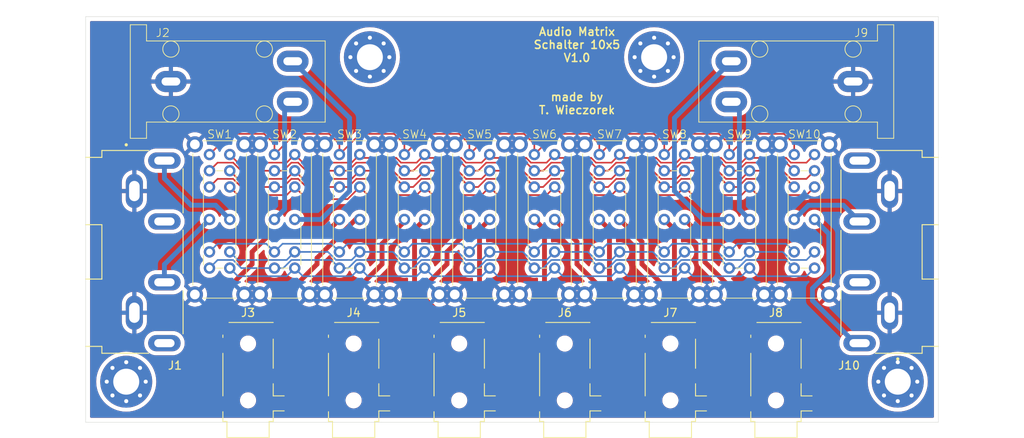
<source format=kicad_pcb>
(kicad_pcb (version 20240108) (generator "pcbnew") (generator_version "8.0")
  (layers (0 "F.Cu" signal) (31 "B.Cu" signal) (34 "B.Paste" user) (35 "F.Paste" user) (36 "B.SilkS" user "B.Silkscreen") (37 "F.SilkS" user "F.Silkscreen") (38 "B.Mask" user) (39 "F.Mask" user) (44 "Edge.Cuts" user))
  (net 0 "")
  (net 1 "Net-(SW1-2)")
  (net 2 "AGND")
  (net 5 "Net-(SW1-1)")
  (net 6 "Net-(J2-R)")
  (net 7 "Net-(J2-L)")
  (net 8 "Net-(J3-L)")
  (net 12 "Net-(J3-R)")
  (net 13 "Net-(J4-R)")
  (net 16 "Net-(J4-L)")
  (net 18 "Net-(J5-L)")
  (net 21 "Net-(J5-R)")
  (net 24 "Net-(J6-R)")
  (net 27 "Net-(J6-L)")
  (net 28 "Net-(J7-L)")
  (net 29 "Net-(J7-R)")
  (net 34 "Net-(J8-L)")
  (net 35 "Net-(J8-R)")
  (net 38 "Net-(J9-R)")
  (net 39 "Net-(J9-L)")
  (net 42 "Net-(SW10-2)")
  (net 43 "Net-(SW10-1)")
  (net 44 "CH4-R")
  (net 45 "CH1-R")
  (net 46 "CH3-R")
  (net 47 "CH3-L")
  (net 48 "CH5-R")
  (net 49 "CH2-L")
  (net 50 "CH4-L")
  (net 51 "CH5-L")
  (net 52 "CH1-L")
  (net 53 "CH2-R")
  (footprint "Tristans KiCad Library:SS-25D01-G070" (layer "F.Cu") (at 140.5 100)
    (property "Reference" "SW4")
    (property "Value" "~" (hide yes))
  )
  (footprint "Tristans KiCad Library:SS-25D01-G070" (layer "F.Cu") (at 180.5 100)
    (property "Reference" "SW9")
    (property "Value" "~" (hide yes))
  )
  (footprint "Tristans KiCad Library:SS-25D01-G070" (layer "F.Cu") (at 116.5 100)
    (property "Reference" "SW1")
    (property "Value" "~" (hide yes))
  )
  (footprint "Tristans KiCad Library:Jack_3.5mm_PJ311" (layer "F.Cu") (at 133 118 180)
    (property "Reference" "J4")
    (property "Value" "PJ311")
  )
  (footprint "Tristans KiCad Library:SS-25D01-G070" (layer "F.Cu") (at 188.5 100)
    (property "Reference" "SW10")
    (property "Value" "~" (hide yes))
  )
  (footprint "Tristans KiCad Library:SS-25D01-G070" (layer "F.Cu") (at 172.5 100)
    (property "Reference" "SW8")
    (property "Value" "~" (hide yes))
  )
  (footprint "Tristans KiCad Library:PJ-623A3" (layer "F.Cu") (at 199.5 83 180)
    (property "Reference" "J9")
    (property "Value" "AudioJack2_Ground")
  )
  (footprint "Tristans KiCad Library:Jack_3.5mm_PJ311" (layer "F.Cu") (at 185 118.0025 180)
    (property "Reference" "J8")
    (property "Value" "PJ311")
  )
  (footprint "MountingHole:MountingHole_3.2mm_M3_Pad_Via" (layer "F.Cu") (at 105 120)
    (property "Reference" "REF**" (hide yes))
    (property "Value" "MountingHole_3.2mm_M3_Pad_Via")
  )
  (footprint "Tristans KiCad Library:SS-25D01-G070" (layer "F.Cu") (at 132.5 100)
    (property "Reference" "SW3")
    (property "Value" "~" (hide yes))
  )
  (footprint "MountingHole:MountingHole_3.2mm_M3_Pad_Via" (layer "F.Cu") (at 200 120)
    (property "Reference" "REF**" (hide yes))
    (property "Value" "MountingHole_3.2mm_M3_Pad_Via")
  )
  (footprint "MountingHole:MountingHole_3.2mm_M3_Pad_Via" (layer "F.Cu") (at 135 80)
    (property "Reference" "REF**" (hide yes))
    (property "Value" "MountingHole_3.2mm_M3_Pad_Via")
  )
  (footprint "Tristans KiCad Library:Jack_3.5mm_PJ311" (layer "F.Cu") (at 120 118 180)
    (property "Reference" "J3")
    (property "Value" "PJ311")
  )
  (footprint "Tristans KiCad Library:PJ-623A3" (layer "F.Cu") (at 105.5 83)
    (property "Reference" "J2")
    (property "Value" "AudioJack2_Ground")
  )
  (footprint "LOGO" (layer "F.Cu") (at 151.25 82)
    (property "Reference" "made by T. Wieczorek" (hide yes))
    (property "Value" "LOGO" (hide yes))
  )
  (footprint "PJRAN2X1U01AUX:SWITCHCRAFT_PJRAN2X1U01AUX" (layer "F.Cu") (at 203 104 90)
    (property "Reference" "J10")
    (property "Value" "PJRAN2X1U01AUX")
  )
  (footprint "Tristans KiCad Library:SS-25D01-G070" (layer "F.Cu") (at 148.5 100)
    (property "Reference" "SW5")
    (property "Value" "~" (hide yes))
  )
  (footprint "Tristans KiCad Library:Jack_3.5mm_PJ311" (layer "F.Cu") (at 172 118.0025 180)
    (property "Reference" "J7")
    (property "Value" "PJ311")
  )
  (footprint "PJRAN2X1U01AUX:SWITCHCRAFT_PJRAN2X1U01AUX" (layer "F.Cu") (at 102 104 -90)
    (property "Reference" "J1")
    (property "Value" "PJRAN2X1U01AUX")
  )
  (footprint "MountingHole:MountingHole_3.2mm_M3_Pad_Via" (layer "F.Cu") (at 170 80)
    (property "Reference" "REF**" (hide yes))
    (property "Value" "MountingHole_3.2mm_M3_Pad_Via")
  )
  (footprint "Tristans KiCad Library:Jack_3.5mm_PJ311" (layer "F.Cu") (at 159 118 180)
    (property "Reference" "J6")
    (property "Value" "PJ311")
  )
  (footprint "Tristans KiCad Library:SS-25D01-G070" (layer "F.Cu") (at 124.5 100)
    (property "Reference" "SW2")
    (property "Value" "~" (hide yes))
  )
  (footprint "Tristans KiCad Library:Jack_3.5mm_PJ311" (layer "F.Cu") (at 146 118 180)
    (property "Reference" "J5")
    (property "Value" "PJ311")
  )
  (footprint "Tristans KiCad Library:SS-25D01-G070" (layer "F.Cu") (at 164.5 100)
    (property "Reference" "SW7")
    (property "Value" "~" (hide yes))
  )
  (footprint "Tristans KiCad Library:SS-25D01-G070" (layer "F.Cu") (at 156.5 100)
    (property "Reference" "SW6")
    (property "Value" "~" (hide yes))
  )
  (gr_line (start 100 125) (end 100 75) (stroke (width 0.05)) (layer "Edge.Cuts"))
  (gr_line (start 100 75) (end 205 75) (stroke (width 0.05)) (layer "Edge.Cuts"))
  (gr_line (start 205 125) (end 100 125) (stroke (width 0.05)) (layer "Edge.Cuts"))
  (gr_line (start 205 75) (end 205 125) (stroke (width 0.05)) (layer "Edge.Cuts"))
  (gr_text "Audio Matrix\nSchalter 10x5\nV1.0\n\n\nmade by\nT. Wieczorek" (at 160.5 87.1 0) (layer "F.SilkS") (effects (font (size 1 1) (thickness 0.18) (bold yes)) (justify bottom)))
  (segment (start 109.7 107.75) (end 109.7 105.55) (width 0.6) (layer "B.Cu") (net 1))
  (segment (start 109.7 105.55) (end 115.25 100) (width 0.6) (layer "B.Cu") (net 1))
  (segment (start 113 98.25) (end 109.7 94.95) (width 0.6) (layer "B.Cu") (net 5))
  (segment (start 116 98.25) (end 113 98.25) (width 0.6) (layer "B.Cu") (net 5))
  (segment (start 117.75 100) (end 116 98.25) (width 0.6) (layer "B.Cu") (net 5))
  (segment (start 109.7 94.95) (end 109.7 92.75) (width 0.6) (layer "B.Cu") (net 5))
  (segment (start 129 100) (end 132.5 96.5) (width 0.6) (layer "B.Cu") (net 6))
  (segment (start 125.75 100) (end 129 100) (width 0.6) (layer "B.Cu") (net 6))
  (segment (start 132.5 96.5) (end 132.5 87.5) (width 0.6) (layer "B.Cu") (net 6))
  (segment (start 132.5 87.5) (end 125.5 80.5) (width 0.6) (layer "B.Cu") (net 6))
  (segment (start 124.5 98.75) (end 124.5 86.5) (width 0.6) (layer "B.Cu") (net 7))
  (segment (start 124.5 86.5) (end 125.5 85.5) (width 0.6) (layer "B.Cu") (net 7))
  (segment (start 123.25 100) (end 124.5 98.75) (width 0.6) (layer "B.Cu") (net 7))
  (segment (start 114.5 111.5) (end 120.5 105.5) (width 0.6) (layer "F.Cu") (net 8))
  (segment (start 116.5 115.5) (end 114.5 115.5) (width 0.6) (layer "F.Cu") (net 8))
  (segment (start 129.25 102) (end 131.25 100) (width 0.6) (layer "F.Cu") (net 8))
  (segment (start 120.5 105.5) (end 120.5 104) (width 0.6) (layer "F.Cu") (net 8))
  (segment (start 120.5 104) (end 122.5 102) (width 0.6) (layer "F.Cu") (net 8))
  (segment (start 114.5 115.5) (end 114.5 111.5) (width 0.6) (layer "F.Cu") (net 8))
  (segment (start 122.5 102) (end 129.25 102) (width 0.6) (layer "F.Cu") (net 8))
  (segment (start 123.5 119.3) (end 125.5 117.3) (width 0.6) (layer "F.Cu") (net 12))
  (segment (start 128.5 105.5) (end 128.5 104.75) (width 0.6) (layer "F.Cu") (net 12))
  (segment (start 128.5 104.75) (end 133.25 100) (width 0.6) (layer "F.Cu") (net 12))
  (segment (start 125.5 117.3) (end 125.5 108.5) (width 0.6) (layer "F.Cu") (net 12))
  (segment (start 133.25 100) (end 133.75 100) (width 0.6) (layer "F.Cu") (net 12))
  (segment (start 125.5 108.5) (end 128.5 105.5) (width 0.6) (layer "F.Cu") (net 12))
  (segment (start 140.5 115.3) (end 140.5 101.25) (width 0.6) (layer "F.Cu") (net 13))
  (segment (start 140.5 101.25) (end 141.75 100) (width 0.6) (layer "F.Cu") (net 13))
  (segment (start 136.5 119.3) (end 140.5 115.3) (width 0.6) (layer "F.Cu") (net 13))
  (segment (start 136.5 103) (end 139.25 100.25) (width 0.6) (layer "F.Cu") (net 16))
  (segment (start 131.5 110.5) (end 136.5 105.5) (width 0.6) (layer "F.Cu") (net 16))
  (segment (start 139.25 100.25) (end 139.25 100) (width 0.6) (layer "F.Cu") (net 16))
  (segment (start 136.5 105.5) (end 136.5 103) (width 0.6) (layer "F.Cu") (net 16))
  (segment (start 129.5 115.5) (end 130.05 115.5) (width 0.6) (layer "F.Cu") (net 16))
  (segment (start 131.5 114.05) (end 131.5 110.5) (width 0.6) (layer "F.Cu") (net 16))
  (segment (start 130.05 115.5) (end 131.5 114.05) (width 0.6) (layer "F.Cu") (net 16))
  (segment (start 141.75 109.75) (end 141.75 108.25) (width 0.6) (layer "F.Cu") (net 18))
  (segment (start 144.25 112.25) (end 141.75 109.75) (width 0.6) (layer "F.Cu") (net 18))
  (segment (start 141.75 108.25) (end 144.5 105.5) (width 0.6) (layer "F.Cu") (net 18))
  (segment (start 144.25 114.3) (end 144.25 112.25) (width 0.6) (layer "F.Cu") (net 18))
  (segment (start 143.05 115.5) (end 144.25 114.3) (width 0.6) (layer "F.Cu") (net 18))
  (segment (start 144.5 104) (end 147.25 101.25) (width 0.6) (layer "F.Cu") (net 18))
  (segment (start 147.25 101.25) (end 147.25 100) (width 0.6) (layer "F.Cu") (net 18))
  (segment (start 142.5 115.5) (end 143.05 115.5) (width 0.6) (layer "F.Cu") (net 18))
  (segment (start 144.5 105.5) (end 144.5 104) (width 0.6) (layer "F.Cu") (net 18))
  (segment (start 148.5 101.25) (end 149.75 100) (width 0.6) (layer "F.Cu") (net 21))
  (segment (start 151.5 112.75) (end 148.5 109.75) (width 0.6) (layer "F.Cu") (net 21))
  (segment (start 151.5 117.3) (end 151.5 112.75) (width 0.6) (layer "F.Cu") (net 21))
  (segment (start 148.5 109.75) (end 148.5 101.25) (width 0.6) (layer "F.Cu") (net 21))
  (segment (start 149.5 119.3) (end 151.5 117.3) (width 0.6) (layer "F.Cu") (net 21))
  (segment (start 162.5 119.3) (end 164.5 117.3) (width 0.6) (layer "F.Cu") (net 24))
  (segment (start 164.5 109.5) (end 160.5 105.5) (width 0.6) (layer "F.Cu") (net 24))
  (segment (start 160.5 102.75) (end 157.75 100) (width 0.6) (layer "F.Cu") (net 24))
  (segment (start 160.5 105.5) (end 160.5 102.75) (width 0.6) (layer "F.Cu") (net 24))
  (segment (start 164.5 117.3) (end 164.5 109.5) (width 0.6) (layer "F.Cu") (net 24))
  (segment (start 157.5 112.348528) (end 156.5 111.348528) (width 0.6) (layer "F.Cu") (net 27))
  (segment (start 157.5 115.5) (end 157.5 112.348528) (width 0.6) (layer "F.Cu") (net 27))
  (segment (start 155.5 115.5) (end 157.5 115.5) (width 0.6) (layer "F.Cu") (net 27))
  (segment (start 156.5 101.25) (end 155.25 100) (width 0.6) (layer "F.Cu") (net 27))
  (segment (start 156.5 111.348528) (end 156.5 101.25) (width 0.6) (layer "F.Cu") (net 27))
  (segment (start 167.95 115.5025) (end 165.75 113.3025) (width 0.6) (layer "F.Cu") (net 28))
  (segment (start 165.75 108.75) (end 164.5 107.5) (width 0.6) (layer "F.Cu") (net 28))
  (segment (start 164.5 101.25) (end 163.25 100) (width 0.6) (layer "F.Cu") (net 28))
  (segment (start 165.75 113.3025) (end 165.75 108.75) (width 0.6) (layer "F.Cu") (net 28))
  (segment (start 168.5 115.5025) (end 167.95 115.5025) (width 0.6) (layer "F.Cu") (net 28))
  (segment (start 164.5 107.5) (end 164.5 101.25) (width 0.6) (layer "F.Cu") (net 28))
  (segment (start 171.25 108.25) (end 168.5 105.5) (width 0.6) (layer "F.Cu") (net 29))
  (segment (start 171.25 112.25) (end 171.25 108.25) (width 0.6) (layer "F.Cu") (net 29))
  (segment (start 175.5 116.5) (end 171.25 112.25) (width 0.6) (layer "F.Cu") (net 29))
  (segment (start 175.5 119.3025) (end 175.5 116.5) (width 0.6) (layer "F.Cu") (net 29))
  (segment (start 168.5 102.75) (end 165.75 100) (width 0.6) (layer "F.Cu") (net 29))
  (segment (start 168.5 105.5) (end 168.5 102.75) (width 0.6) (layer "F.Cu") (net 29))
  (segment (start 172.5 109.5) (end 172.5 101.25) (width 0.6) (layer "F.Cu") (net 34))
  (segment (start 178.5025 115.5025) (end 177.5 114.5) (width 0.6) (layer "F.Cu") (net 34))
  (segment (start 177.5 112) (end 175 112) (width 0.6) (layer "F.Cu") (net 34))
  (segment (start 181.5 115.5025) (end 178.5025 115.5025) (width 0.6) (layer "F.Cu") (net 34))
  (segment (start 175 112) (end 172.5 109.5) (width 0.6) (layer "F.Cu") (net 34))
  (segment (start 172.5 101.25) (end 171.25 100) (width 0.6) (layer "F.Cu") (net 34))
  (segment (start 177.5 114.5) (end 177.5 112) (width 0.6) (layer "F.Cu") (net 34))
  (segment (start 183.5 111.5) (end 182.5 111.5) (width 0.6) (layer "F.Cu") (net 35))
  (segment (start 188.5 116.5) (end 183.5 111.5) (width 0.6) (layer "F.Cu") (net 35))
  (segment (start 188.5 119.3025) (end 188.5 116.5) (width 0.6) (layer "F.Cu") (net 35))
  (segment (start 182.5 111.5) (end 176.25 105.25) (width 0.6) (layer "F.Cu") (net 35))
  (segment (start 176.25 102.5) (end 173.75 100) (width 0.6) (layer "F.Cu") (net 35))
  (segment (start 176.25 105.25) (end 176.25 102.5) (width 0.6) (layer "F.Cu") (net 35))
  (segment (start 180.5 86.5) (end 180.5 98.75) (width 0.6) (layer "B.Cu") (net 38))
  (segment (start 180.5 98.75) (end 181.75 100) (width 0.6) (layer "B.Cu") (net 38))
  (segment (start 179.5 85.5) (end 180.5 86.5) (width 0.6) (layer "B.Cu") (net 38))
  (segment (start 179.5 80.5) (end 172.5 87.5) (width 0.6) (layer "B.Cu") (net 39))
  (segment (start 172.5 87.5) (end 172.5 96.5) (width 0.6) (layer "B.Cu") (net 39))
  (segment (start 172.5 96.5) (end 176 100) (width 0.6) (layer "B.Cu") (net 39))
  (segment (start 176 100) (end 179.25 100) (width 0.6) (layer "B.Cu") (net 39))
  (segment (start 189 98.25) (end 193.3 98.25) (width 0.6) (layer "B.Cu") (net 42))
  (segment (start 193.3 98.25) (end 195.3 100.25) (width 0.6) (layer "B.Cu") (net 42))
  (segment (start 187.25 100) (end 189 98.25) (width 0.6) (layer "B.Cu") (net 42))
  (segment (start 191.5 101.75) (end 191.5 106.5) (width 0.6) (layer "B.Cu") (net 43))
  (segment (start 191.5 106.5) (end 189.5 108.5) (width 0.6) (layer "B.Cu") (net 43))
  (segment (start 189.5 108.5) (end 189.5 110) (width 0.6) (layer "B.Cu") (net 43))
  (segment (start 194.75 115.25) (end 195.3 115.25) (width 0.6) (layer "B.Cu") (net 43))
  (segment (start 189.75 100) (end 191.5 101.75) (width 0.6) (layer "B.Cu") (net 43))
  (segment (start 189.5 110) (end 194.75 115.25) (width 0.6) (layer "B.Cu") (net 43))
  (segment (start 124.75 95) (end 125.75 94) (width 0.2) (layer "F.Cu") (net 44))
  (segment (start 157.75 94) (end 161.835786 94) (width 0.2) (layer "F.Cu") (net 44))
  (segment (start 137.835786 94) (end 138.835786 95) (width 0.2) (layer "F.Cu") (net 44))
  (segment (start 138.835786 95) (end 140.75 95) (width 0.2) (layer "F.Cu") (net 44))
  (segment (start 173.75 94) (end 177.835786 94) (width 0.2) (layer "F.Cu") (net 44))
  (segment (start 172.75 95) (end 173.75 94) (width 0.2) (layer "F.Cu") (net 44))
  (segment (start 125.75 94) (end 126.75 95) (width 0.2) (layer "F.Cu") (net 44))
  (segment (start 148.75 95) (end 149.75 94) (width 0.2) (layer "F.Cu") (net 44))
  (segment (start 149.75 94) (end 153.835786 94) (width 0.2) (layer "F.Cu") (net 44))
  (segment (start 177.835786 94) (end 178.835786 95) (width 0.2) (layer "F.Cu") (net 44))
  (segment (start 126.75 95) (end 132.75 95) (width 0.2) (layer "F.Cu") (net 44))
  (segment (start 170.835786 95) (end 172.75 95) (width 0.2) (layer "F.Cu") (net 44))
  (segment (start 165.75 94) (end 169.835786 94) (width 0.2) (layer "F.Cu") (net 44))
  (segment (start 146.835786 95) (end 148.75 95) (width 0.2) (layer "F.Cu") (net 44))
  (segment (start 169.835786 94) (end 170.835786 95) (width 0.2) (layer "F.Cu") (net 44))
  (segment (start 117.75 94) (end 118.75 95) (width 0.2) (layer "F.Cu") (net 44))
  (segment (start 188.75 95) (end 189.75 94) (width 0.2) (layer "F.Cu") (net 44))
  (segment (start 180.75 95) (end 181.75 94) (width 0.2) (layer "F.Cu") (net 44))
  (segment (start 178.835786 95) (end 180.75 95) (width 0.2) (layer "F.Cu") (net 44))
  (segment (start 162.835786 95) (end 164.75 95) (width 0.2) (layer "F.Cu") (net 44))
  (segment (start 186.835786 95) (end 188.75 95) (width 0.2) (layer "F.Cu") (net 44))
  (segment (start 153.835786 94) (end 154.835786 95) (width 0.2) (layer "F.Cu") (net 44))
  (segment (start 132.75 95) (end 133.75 94) (width 0.2) (layer "F.Cu") (net 44))
  (segment (start 156.75 95) (end 157.75 94) (width 0.2) (layer "F.Cu") (net 44))
  (segment (start 185.835786 94) (end 186.835786 95) (width 0.2) (layer "F.Cu") (net 44))
  (segment (start 164.75 95) (end 165.75 94) (width 0.2) (layer "F.Cu") (net 44))
  (segment (start 154.835786 95) (end 156.75 95) (width 0.2) (layer "F.Cu") (net 44))
  (segment (start 181.75 94) (end 185.835786 94) (width 0.2) (layer "F.Cu") (net 44))
  (segment (start 141.75 94) (end 145.835786 94) (width 0.2) (layer "F.Cu") (net 44))
  (segment (start 118.75 95) (end 124.75 95) (width 0.2) (layer "F.Cu") (net 44))
  (segment (start 161.835786 94) (end 162.835786 95) (width 0.2) (layer "F.Cu") (net 44))
  (segment (start 133.75 94) (end 137.835786 94) (width 0.2) (layer "F.Cu") (net 44))
  (segment (start 140.75 95) (end 141.75 94) (width 0.2) (layer "F.Cu") (net 44))
  (segment (start 145.835786 94) (end 146.835786 95) (width 0.2) (layer "F.Cu") (net 44))
  (segment (start 173.75 106) (end 174.75 107) (width 0.2) (layer "B.Cu") (net 45))
  (segment (start 188.75 107) (end 189.75 106) (width 0.2) (layer "B.Cu") (net 45))
  (segment (start 182.75 107) (end 188.75 107) (width 0.2) (layer "B.Cu") (net 45))
  (segment (start 134.75 107) (end 140.75 107) (width 0.2) (layer "B.Cu") (net 45))
  (segment (start 166.75 107) (end 172.75 107) (width 0.2) (layer "B.Cu") (net 45))
  (segment (start 142.75 107) (end 148.75 107) (width 0.2) (layer "B.Cu") (net 45))
  (segment (start 118.75 107) (end 124.75 107) (width 0.2) (layer "B.Cu") (net 45))
  (segment (start 132.75 107) (end 133.75 106) (width 0.2) (layer "B.Cu") (net 45))
  (segment (start 174.75 107) (end 180.75 107) (width 0.2) (layer "B.Cu") (net 45))
  (segment (start 165.75 106) (end 166.75 107) (width 0.2) (layer "B.Cu") (net 45))
  (segment (start 133.75 106) (end 134.75 107) (width 0.2) (layer "B.Cu") (net 45))
  (segment (start 150.75 107) (end 156.75 107) (width 0.2) (layer "B.Cu") (net 45))
  (segment (start 149.75 106) (end 150.75 107) (width 0.2) (layer "B.Cu") (net 45))
  (segment (start 164.75 107) (end 165.75 106) (width 0.2) (layer "B.Cu") (net 45))
  (segment (start 140.75 107) (end 141.75 106) (width 0.2) (layer "B.Cu") (net 45))
  (segment (start 172.75 107) (end 173.75 106) (width 0.2) (layer "B.Cu") (net 45))
  (segment (start 126.75 107) (end 132.75 107) (width 0.2) (layer "B.Cu") (net 45))
  (segment (start 180.75 107) (end 181.75 106) (width 0.2) (layer "B.Cu") (net 45))
  (segment (start 125.75 106) (end 126.75 107) (width 0.2) (layer "B.Cu") (net 45))
  (segment (start 141.75 106) (end 142.75 107) (width 0.2) (layer "B.Cu") (net 45))
  (segment (start 157.75 106) (end 158.75 107) (width 0.2) (layer "B.Cu") (net 45))
  (segment (start 156.75 107) (end 157.75 106) (width 0.2) (layer "B.Cu") (net 45))
  (segment (start 117.75 106) (end 118.75 107) (width 0.2) (layer "B.Cu") (net 45))
  (segment (start 148.75 107) (end 149.75 106) (width 0.2) (layer "B.Cu") (net 45))
  (segment (start 158.75 107) (end 164.75 107) (width 0.2) (layer "B.Cu") (net 45))
  (segment (start 124.75 107) (end 125.75 106) (width 0.2) (layer "B.Cu") (net 45))
  (segment (start 181.75 106) (end 182.75 107) (width 0.2) (layer "B.Cu") (net 45))
  (segment (start 158.75 97) (end 164.75 97) (width 0.2) (layer "F.Cu") (net 46))
  (segment (start 173.75 96) (end 174.75 97) (width 0.2) (layer "F.Cu") (net 46))
  (segment (start 165.75 96) (end 166.75 97) (width 0.2) (layer "F.Cu") (net 46))
  (segment (start 133.75 96) (end 134.75 97) (width 0.2) (layer "F.Cu") (net 46))
  (segment (start 117.75 96) (end 118.75 97) (width 0.2) (layer "F.Cu") (net 46))
  (segment (start 174.75 97) (end 180.75 97) (width 0.2) (layer "F.Cu") (net 46))
  (segment (start 182.75 97) (end 188.75 97) (width 0.2) (layer "F.Cu") (net 46))
  (segment (start 150.75 97) (end 156.75 97) (width 0.2) (layer "F.Cu") (net 46))
  (segment (start 118.75 97) (end 124.75 97) (width 0.2) (layer "F.Cu") (net 46))
  (segment (start 142.75 97) (end 148.75 97) (width 0.2) (layer "F.Cu") (net 46))
  (segment (start 134.75 97) (end 140.75 97) (width 0.2) (layer "F.Cu") (net 46))
  (segment (start 164.75 97) (end 165.75 96) (width 0.2) (layer "F.Cu") (net 46))
  (segment (start 166.75 97) (end 172.75 97) (width 0.2) (layer "F.Cu") (net 46))
  (segment (start 141.75 96) (end 142.75 97) (width 0.2) (layer "F.Cu") (net 46))
  (segment (start 180.75 97) (end 181.75 96) (width 0.2) (layer "F.Cu") (net 46))
  (segment (start 148.75 97) (end 149.75 96) (width 0.2) (layer "F.Cu") (net 46))
  (segment (start 140.75 97) (end 141.75 96) (width 0.2) (layer "F.Cu") (net 46))
  (segment (start 149.75 96) (end 150.75 97) (width 0.2) (layer "F.Cu") (net 46))
  (segment (start 181.75 96) (end 182.75 97) (width 0.2) (layer "F.Cu") (net 46))
  (segment (start 188.75 97) (end 189.75 96) (width 0.2) (layer "F.Cu") (net 46))
  (segment (start 172.75 97) (end 173.75 96) (width 0.2) (layer "F.Cu") (net 46))
  (segment (start 132.25 97.5) (end 133.75 96) (width 0.2) (layer "F.Cu") (net 46))
  (segment (start 125.75 96) (end 127.25 97.5) (width 0.2) (layer "F.Cu") (net 46))
  (segment (start 127.25 97.5) (end 132.25 97.5) (width 0.2) (layer "F.Cu") (net 46))
  (segment (start 157.75 96) (end 158.75 97) (width 0.2) (layer "F.Cu") (net 46))
  (segment (start 156.75 97) (end 157.75 96) (width 0.2) (layer "F.Cu") (net 46))
  (segment (start 124.75 97) (end 125.75 96) (width 0.2) (layer "F.Cu") (net 46))
  (segment (start 163.25 96) (end 164.335786 96) (width 0.2) (layer "F.Cu") (net 47))
  (segment (start 146.25 95) (end 147.25 96) (width 0.2) (layer "F.Cu") (net 47))
  (segment (start 123.25 96) (end 119.164214 96) (width 0.2) (layer "F.Cu") (net 47))
  (segment (start 179.25 96) (end 180.335786 96) (width 0.2) (layer "F.Cu") (net 47))
  (segment (start 116.25 95) (end 115.25 96) (width 0.2) (layer "F.Cu") (net 47))
  (segment (start 164.335786 96) (end 165.335786 95) (width 0.2) (layer "F.Cu") (net 47))
  (segment (start 127.184314 96) (end 131.25 96) (width 0.2) (layer "F.Cu") (net 47))
  (segment (start 123.25 96) (end 124.335786 96) (width 0.2) (layer "F.Cu") (net 47))
  (segment (start 154.25 95) (end 155.25 96) (width 0.2) (layer "F.Cu") (net 47))
  (segment (start 157.335786 95) (end 162.25 95) (width 0.2) (layer "F.Cu") (net 47))
  (segment (start 162.25 95) (end 163.25 96) (width 0.2) (layer "F.Cu") (net 47))
  (segment (start 178.25 95) (end 179.25 96) (width 0.2) (layer "F.Cu") (net 47))
  (segment (start 132.335786 96) (end 133.335786 95) (width 0.2) (layer "F.Cu") (net 47))
  (segment (start 149.335786 95) (end 154.25 95) (width 0.2) (layer "F.Cu") (net 47))
  (segment (start 126.184314 95) (end 127.184314 96) (width 0.2) (layer "F.Cu") (net 47))
  (segment (start 155.25 96) (end 156.335786 96) (width 0.2) (layer "F.Cu") (net 47))
  (segment (start 118.164214 95) (end 116.25 95) (width 0.2) (layer "F.Cu") (net 47))
  (segment (start 119.164214 96) (end 118.164214 95) (width 0.2) (layer "F.Cu") (net 47))
  (segment (start 180.335786 96) (end 181.335786 95) (width 0.2) (layer "F.Cu") (net 47))
  (segment (start 170.25 95) (end 171.25 96) (width 0.2) (layer "F.Cu") (net 47))
  (segment (start 181.335786 95) (end 186.25 95) (width 0.2) (layer "F.Cu") (net 47))
  (segment (start 131.25 96) (end 132.335786 96) (width 0.2) (layer "F.Cu") (net 47))
  (segment (start 133.335786 95) (end 138.25 95) (width 0.2) (layer "F.Cu") (net 47))
  (segment (start 147.25 96) (end 148.335786 96) (width 0.2) (layer "F.Cu") (net 47))
  (segment (start 140.335786 96) (end 141.335786 95) (width 0.2) (layer "F.Cu") (net 47))
  (segment (start 186.25 95) (end 187.25 96) (width 0.2) (layer "F.Cu") (net 47))
  (segment (start 139.25 96) (end 140.335786 96) (width 0.2) (layer "F.Cu") (net 47))
  (segment (start 124.335786 96) (end 125.335786 95) (width 0.2) (layer "F.Cu") (net 47))
  (segment (start 172.335786 96) (end 173.335786 95) (width 0.2) (layer "F.Cu") (net 47))
  (segment (start 138.25 95) (end 139.25 96) (width 0.2) (layer "F.Cu") (net 47))
  (segment (start 156.335786 96) (end 157.335786 95) (width 0.2) (layer "F.Cu") (net 47))
  (segment (start 141.335786 95) (end 146.25 95) (width 0.2) (layer "F.Cu") (net 47))
  (segment (start 165.335786 95) (end 170.25 95) (width 0.2) (layer "F.Cu") (net 47))
  (segment (start 125.335786 95) (end 126.184314 95) (width 0.2) (layer "F.Cu") (net 47))
  (segment (start 148.335786 96) (end 149.335786 95) (width 0.2) (layer "F.Cu") (net 47))
  (segment (start 173.335786 95) (end 178.25 95) (width 0.2) (layer "F.Cu") (net 47))
  (segment (start 171.25 96) (end 172.335786 96) (width 0.2) (layer "F.Cu") (net 47))
  (segment (start 138.25 92.414214) (end 138.835786 93) (width 0.2) (layer "F.Cu") (net 48))
  (segment (start 180.75 93) (end 181.75 92) (width 0.2) (layer "F.Cu") (net 48))
  (segment (start 118.75 93) (end 124.75 93) (width 0.2) (layer "F.Cu") (net 48))
  (segment (start 164.75 93) (end 165.75 92) (width 0.2) (layer "F.Cu") (net 48))
  (segment (start 170.835786 93) (end 172.75 93) (width 0.2) (layer "F.Cu") (net 48))
  (segment (start 186.25 92.414214) (end 186.835786 93) (width 0.2) (layer "F.Cu") (net 48))
  (segment (start 158.164214 92.414214) (end 162.25 92.414214) (width 0.2) (layer "F.Cu") (net 48))
  (segment (start 142.164214 92.414214) (end 146.25 92.414214) (width 0.2) (layer "F.Cu") (net 48))
  (segment (start 124.75 93) (end 125.75 92) (width 0.2) (layer "F.Cu") (net 48))
  (segment (start 126.75 93) (end 132.75 93) (width 0.2) (layer "F.Cu") (net 48))
  (segment (start 117.75 92) (end 118.75 93) (width 0.2) (layer "F.Cu") (net 48))
  (segment (start 133.75 92) (end 134.164214 92.414214) (width 0.2) (layer "F.Cu") (net 48))
  (segment (start 162.25 92.414214) (end 162.835786 93) (width 0.2) (layer "F.Cu") (net 48))
  (segment (start 172.75 93) (end 173.75 92) (width 0.2) (layer "F.Cu") (net 48))
  (segment (start 170.25 92.414214) (end 170.835786 93) (width 0.2) (layer "F.Cu") (net 48))
  (segment (start 157.75 92) (end 158.164214 92.414214) (width 0.2) (layer "F.Cu") (net 48))
  (segment (start 173.75 92) (end 174.164214 92.414214) (width 0.2) (layer "F.Cu") (net 48))
  (segment (start 149.75 92) (end 150.164214 92.414214) (width 0.2) (layer "F.Cu") (net 48))
  (segment (start 154.25 92.414214) (end 154.835786 93) (width 0.2) (layer "F.Cu") (net 48))
  (segment (start 146.25 92.414214) (end 146.835786 93) (width 0.2) (layer "F.Cu") (net 48))
  (segment (start 132.75 93) (end 133.75 92) (width 0.2) (layer "F.Cu") (net 48))
  (segment (start 174.164214 92.414214) (end 178.25 92.414214) (width 0.2) (layer "F.Cu") (net 48))
  (segment (start 154.835786 93) (end 156.75 93) (width 0.2) (layer "F.Cu") (net 48))
  (segment (start 186.835786 93) (end 188.75 93) (width 0.2) (layer "F.Cu") (net 48))
  (segment (start 138.835786 93) (end 140.75 93) (width 0.2) (layer "F.Cu") (net 48))
  (segment (start 146.835786 93) (end 148.75 93) (width 0.2) (layer "F.Cu") (net 48))
  (segment (start 156.75 93) (end 157.75 92) (width 0.2) (layer "F.Cu") (net 48))
  (segment (start 166.164214 92.414214) (end 170.25 92.414214) (width 0.2) (layer "F.Cu") (net 48))
  (segment (start 141.75 92) (end 142.164214 92.414214) (width 0.2) (layer "F.Cu") (net 48))
  (segment (start 162.835786 93) (end 164.75 93) (width 0.2) (layer "F.Cu") (net 48))
  (segment (start 134.164214 92.414214) (end 138.25 92.414214) (width 0.2) (layer "F.Cu") (net 48))
  (segment (start 148.75 93) (end 149.75 92) (width 0.2) (layer "F.Cu") (net 48))
  (segment (start 140.75 93) (end 141.75 92) (width 0.2) (layer "F.Cu") (net 48))
  (segment (start 125.75 92) (end 126.75 93) (width 0.2) (layer "F.Cu") (net 48))
  (segment (start 165.75 92) (end 166.164214 92.414214) (width 0.2) (layer "F.Cu") (net 48))
  (segment (start 181.75 92) (end 182.164214 92.414214) (width 0.2) (layer "F.Cu") (net 48))
  (segment (start 178.25 92.414214) (end 178.835786 93) (width 0.2) (layer "F.Cu") (net 48))
  (segment (start 178.835786 93) (end 180.75 93) (width 0.2) (layer "F.Cu") (net 48))
  (segment (start 182.164214 92.414214) (end 186.25 92.414214) (width 0.2) (layer "F.Cu") (net 48))
  (segment (start 150.164214 92.414214) (end 154.25 92.414214) (width 0.2) (layer "F.Cu") (net 48))
  (segment (start 188.75 93) (end 189.75 92) (width 0.2) (layer "F.Cu") (net 48))
  (segment (start 170.25 103) (end 171.25 104) (width 0.2) (layer "B.Cu") (net 49))
  (segment (start 162.25 103) (end 163.25 104) (width 0.2) (layer "B.Cu") (net 49))
  (segment (start 124.25 103) (end 130.25 103) (width 0.2) (layer "B.Cu") (net 49))
  (segment (start 138.25 103) (end 139.25 104) (width 0.2) (layer "B.Cu") (net 49))
  (segment (start 164.25 103) (end 170.25 103) (width 0.2) (layer "B.Cu") (net 49))
  (segment (start 179.25 104) (end 180.25 103) (width 0.2) (layer "B.Cu") (net 49))
  (segment (start 132.25 103) (end 138.25 103) (width 0.2) (layer "B.Cu") (net 49))
  (segment (start 130.25 103) (end 131.25 104) (width 0.2) (layer "B.Cu") (net 49))
  (segment (start 163.25 104) (end 164.25 103) (width 0.2) (layer "B.Cu") (net 49))
  (segment (start 140.25 103) (end 146.25 103) (width 0.2) (layer "B.Cu") (net 49))
  (segment (start 155.25 104) (end 156.25 103) (width 0.2) (layer "B.Cu") (net 49))
  (segment (start 156.25 103) (end 162.25 103) (width 0.2) (layer "B.Cu") (net 49))
  (segment (start 186.25 103) (end 187.25 104) (width 0.2) (layer "B.Cu") (net 49))
  (segment (start 148.25 103) (end 154.25 103) (width 0.2) (layer "B.Cu") (net 49))
  (segment (start 178.25 103) (end 179.25 104) (width 0.2) (layer "B.Cu") (net 49))
  (segment (start 171.25 104) (end 172.25 103) (width 0.2) (layer "B.Cu") (net 49))
  (segment (start 131.25 104) (end 132.25 103) (width 0.2) (layer "B.Cu") (net 49))
  (segment (start 116.25 103) (end 122.25 103) (width 0.2) (layer "B.Cu") (net 49))
  (segment (start 146.25 103) (end 147.25 104) (width 0.2) (layer "B.Cu") (net 49))
  (segment (start 147.25 104) (end 148.25 103) (width 0.2) (layer "B.Cu") (net 49))
  (segment (start 172.25 103) (end 178.25 103) (width 0.2) (layer "B.Cu") (net 49))
  (segment (start 123.25 104) (end 124.25 103) (width 0.2) (layer "B.Cu") (net 49))
  (segment (start 154.25 103) (end 155.25 104) (width 0.2) (layer "B.Cu") (net 49))
  (segment (start 139.25 104) (end 140.25 103) (width 0.2) (layer "B.Cu") (net 49))
  (segment (start 115.25 104) (end 116.25 103) (width 0.2) (layer "B.Cu") (net 49))
  (segment (start 122.25 103) (end 123.25 104) (width 0.2) (layer "B.Cu") (net 49))
  (segment (start 180.25 103) (end 186.25 103) (width 0.2) (layer "B.Cu") (net 49))
  (segment (start 127.164214 94) (end 131.25 94) (width 0.2) (layer "F.Cu") (net 50))
  (segment (start 141.335786 93) (end 146.25 93) (width 0.2) (layer "F.Cu") (net 50))
  (segment (start 162.25 93) (end 163.25 94) (width 0.2) (layer "F.Cu") (net 50))
  (segment (start 163.25 94) (end 164.335786 94) (width 0.2) (layer "F.Cu") (net 50))
  (segment (start 181.335786 93) (end 186.25 93) (width 0.2) (layer "F.Cu") (net 50))
  (segment (start 123.25 94) (end 119.164214 94) (width 0.2) (layer "F.Cu") (net 50))
  (segment (start 138.25 93) (end 139.25 94) (width 0.2) (layer "F.Cu") (net 50))
  (segment (start 126.164214 93) (end 127.164214 94) (width 0.2) (layer "F.Cu") (net 50))
  (segment (start 140.335786 94) (end 141.335786 93) (width 0.2) (layer "F.Cu") (net 50))
  (segment (start 173.335786 93) (end 178.25 93) (width 0.2) (layer "F.Cu") (net 50))
  (segment (start 170.25 93) (end 171.25 94) (width 0.2) (layer "F.Cu") (net 50))
  (segment (start 179.25 94) (end 180.335786 94) (width 0.2) (layer "F.Cu") (net 50))
  (segment (start 154.25 93) (end 155.25 94) (width 0.2) (layer "F.Cu") (net 50))
  (segment (start 186.25 93) (end 187.25 94) (width 0.2) (layer "F.Cu") (net 50))
  (segment (start 165.335786 93) (end 170.25 93) (width 0.2) (layer "F.Cu") (net 50))
  (segment (start 155.25 94) (end 156.335786 94) (width 0.2) (layer "F.Cu") (net 50))
  (segment (start 146.25 93) (end 147.25 94) (width 0.2) (layer "F.Cu") (net 50))
  (segment (start 125.335786 93) (end 126.164214 93) (width 0.2) (layer "F.Cu") (net 50))
  (segment (start 131.25 94) (end 132.335786 94) (width 0.2) (layer "F.Cu") (net 50))
  (segment (start 118.164214 93) (end 116.25 93) (width 0.2) (layer "F.Cu") (net 50))
  (segment (start 133.335786 93) (end 138.25 93) (width 0.2) (layer "F.Cu") (net 50))
  (segment (start 149.335786 93) (end 154.25 93) (width 0.2) (layer "F.Cu") (net 50))
  (segment (start 157.335786 93) (end 162.25 93) (width 0.2) (layer "F.Cu") (net 50))
  (segment (start 180.335786 94) (end 181.335786 93) (width 0.2) (layer "F.Cu") (net 50))
  (segment (start 172.335786 94) (end 173.335786 93) (width 0.2) (layer "F.Cu") (net 50))
  (segment (start 124.335786 94) (end 125.335786 93) (width 0.2) (layer "F.Cu") (net 50))
  (segment (start 123.25 94) (end 124.335786 94) (width 0.2) (layer "F.Cu") (net 50))
  (segment (start 156.335786 94) (end 157.335786 93) (width 0.2) (layer "F.Cu") (net 50))
  (segment (start 119.164214 94) (end 118.164214 93) (width 0.2) (layer "F.Cu") (net 50))
  (segment (start 171.25 94) (end 172.335786 94) (width 0.2) (layer "F.Cu") (net 50))
  (segment (start 164.335786 94) (end 165.335786 93) (width 0.2) (layer "F.Cu") (net 50))
  (segment (start 132.335786 94) (end 133.335786 93) (width 0.2) (layer "F.Cu") (net 50))
  (segment (start 116.25 93) (end 115.25 94) (width 0.2) (layer "F.Cu") (net 50))
  (segment (start 148.335786 94) (end 149.335786 93) (width 0.2) (layer "F.Cu") (net 50))
  (segment (start 178.25 93) (end 179.25 94) (width 0.2) (layer "F.Cu") (net 50))
  (segment (start 147.25 94) (end 148.335786 94) (width 0.2) (layer "F.Cu") (net 50))
  (segment (start 139.25 94) (end 140.335786 94) (width 0.2) (layer "F.Cu") (net 50))
  (segment (start 163.25 92) (end 165.8 89.45) (width 0.2) (layer "F.Cu") (net 51))
  (segment (start 145.988478 89.45) (end 147.25 90.711522) (width 0.2) (layer "F.Cu") (net 51))
  (segment (start 177.988478 89.45) (end 179.25 90.711522) (width 0.2) (layer "F.Cu") (net 51))
  (segment (start 121.988478 89.45) (end 117.8 89.45) (width 0.2) (layer "F.Cu") (net 51))
  (segment (start 123.25 92) (end 125.8 89.45) (width 0.2) (layer "F.Cu") (net 51))
  (segment (start 179.25 92) (end 181.8 89.45) (width 0.2) (layer "F.Cu") (net 51))
  (segment (start 133.8 89.45) (end 137.988478 89.45) (width 0.2) (layer "F.Cu") (net 51))
  (segment (start 125.8 89.45) (end 129.988478 89.45) (width 0.2) (layer "F.Cu") (net 51))
  (segment (start 139.25 92) (end 141.8 89.45) (width 0.2) (layer "F.Cu") (net 51))
  (segment (start 147.25 90.711522) (end 147.25 92) (width 0.2) (layer "F.Cu") (net 51))
  (segment (start 153.988478 89.45) (end 155.25 90.711522) (width 0.2) (layer "F.Cu") (net 51))
  (segment (start 157.8 89.45) (end 161.988478 89.45) (width 0.2) (layer "F.Cu") (net 51))
  (segment (start 131.25 90.711522) (end 131.25 92) (width 0.2) (layer "F.Cu") (net 51))
  (segment (start 117.8 89.45) (end 115.25 92) (width 0.2) (layer "F.Cu") (net 51))
  (segment (start 149.8 89.45) (end 153.988478 89.45) (width 0.2) (layer "F.Cu") (net 51))
  (segment (start 171.25 90.711522) (end 171.25 92) (width 0.2) (layer "F.Cu") (net 51))
  (segment (start 173.8 89.45) (end 177.988478 89.45) (width 0.2) (layer "F.Cu") (net 51))
  (segment (start 147.25 92) (end 149.8 89.45) (width 0.2) (layer "F.Cu") (net 51))
  (segment (start 163.25 90.711522) (end 163.25 92) (width 0.2) (layer "F.Cu") (net 51))
  (segment (start 179.25 90.711522) (end 179.25 92) (width 0.2) (layer "F.Cu") (net 51))
  (segment (start 165.8 89.45) (end 169.988478 89.45) (width 0.2) (layer "F.Cu") (net 51))
  (segment (start 161.988478 89.45) (end 163.25 90.711522) (width 0.2) (layer "F.Cu") (net 51))
  (segment (start 129.988478 89.45) (end 131.25 90.711522) (width 0.2) (layer "F.Cu") (net 51))
  (segment (start 187.25 90.711522) (end 187.25 92) (width 0.2) (layer "F.Cu") (net 51))
  (segment (start 181.8 89.45) (end 185.988478 89.45) (width 0.2) (layer "F.Cu") (net 51))
  (segment (start 123.25 92) (end 123.25 90.711522) (width 0.2) (layer "F.Cu") (net 51))
  (segment (start 171.25 92) (end 173.8 89.45) (width 0.2) (layer "F.Cu") (net 51))
  (segment (start 139.25 90.711522) (end 139.25 92) (width 0.2) (layer "F.Cu") (net 51))
  (segment (start 137.988478 89.45) (end 139.25 90.711522) (width 0.2) (layer "F.Cu") (net 51))
  (segment (start 131.25 92) (end 133.8 89.45) (width 0.2) (layer "F.Cu") (net 51))
  (segment (start 185.988478 89.45) (end 187.25 90.711522) (width 0.2) (layer "F.Cu") (net 51))
  (segment (start 123.25 90.711522) (end 121.988478 89.45) (width 0.2) (layer "F.Cu") (net 51))
  (segment (start 141.8 89.45) (end 145.988478 89.45) (width 0.2) (layer "F.Cu") (net 51))
  (segment (start 155.25 92) (end 157.8 89.45) (width 0.2) (layer "F.Cu") (net 51))
  (segment (start 169.988478 89.45) (end 171.25 90.711522) (width 0.2) (layer "F.Cu") (net 51))
  (segment (start 155.25 90.711522) (end 155.25 92) (width 0.2) (layer "F.Cu") (net 51))
  (segment (start 163.25 106) (end 164.335786 106) (width 0.2) (layer "B.Cu") (net 52))
  (segment (start 130.25 105) (end 131.25 106) (width 0.2) (layer "B.Cu") (net 52))
  (segment (start 138.25 105) (end 139.25 106) (width 0.2) (layer "B.Cu") (net 52))
  (segment (start 146.25 105) (end 147.25 106) (width 0.2) (layer "B.Cu") (net 52))
  (segment (start 119.164214 106) (end 123.25 106) (width 0.2) (layer "B.Cu") (net 52))
  (segment (start 178.25 105) (end 179.25 106) (width 0.2) (layer "B.Cu") (net 52))
  (segment (start 181.335786 105) (end 186.25 105) (width 0.2) (layer "B.Cu") (net 52))
  (segment (start 116.25 105) (end 118.164214 105) (width 0.2) (layer "B.Cu") (net 52))
  (segment (start 173.335786 105) (end 178.25 105) (width 0.2) (layer "B.Cu") (net 52))
  (segment (start 123.25 106) (end 124.335786 106) (width 0.2) (layer "B.Cu") (net 52))
  (segment (start 140.335786 106) (end 141.335786 105) (width 0.2) (layer "B.Cu") (net 52))
  (segment (start 139.25 106) (end 140.335786 106) (width 0.2) (layer "B.Cu") (net 52))
  (segment (start 155.25 106) (end 156.335786 106) (width 0.2) (layer "B.Cu") (net 52))
  (segment (start 131.25 106) (end 132.335786 106) (width 0.2) (layer "B.Cu") (net 52))
  (segment (start 156.335786 106) (end 157.335786 105) (width 0.2) (layer "B.Cu") (net 52))
  (segment (start 157.335786 105) (end 162.25 105) (width 0.2) (layer "B.Cu") (net 52))
  (segment (start 186.25 105) (end 187.25 106) (width 0.2) (layer "B.Cu") (net 52))
  (segment (start 148.335786 106) (end 149.335786 105) (width 0.2) (layer "B.Cu") (net 52))
  (segment (start 180.335786 106) (end 181.335786 105) (width 0.2) (layer "B.Cu") (net 52))
  (segment (start 141.335786 105) (end 146.25 105) (width 0.2) (layer "B.Cu") (net 52))
  (segment (start 133.335786 105) (end 138.25 105) (width 0.2) (layer "B.Cu") (net 52))
  (segment (start 147.25 106) (end 148.335786 106) (width 0.2) (layer "B.Cu") (net 52))
  (segment (start 170.25 105) (end 171.25 106) (width 0.2) (layer "B.Cu") (net 52))
  (segment (start 118.164214 105) (end 119.164214 106) (width 0.2) (layer "B.Cu") (net 52))
  (segment (start 125.335786 105) (end 130.25 105) (width 0.2) (layer "B.Cu") (net 52))
  (segment (start 162.25 105) (end 163.25 106) (width 0.2) (layer "B.Cu") (net 52))
  (segment (start 171.25 106) (end 172.335786 106) (width 0.2) (layer "B.Cu") (net 52))
  (segment (start 132.335786 106) (end 133.335786 105) (width 0.2) (layer "B.Cu") (net 52))
  (segment (start 164.335786 106) (end 165.335786 105) (width 0.2) (layer "B.Cu") (net 52))
  (segment (start 172.335786 106) (end 173.335786 105) (width 0.2) (layer "B.Cu") (net 52))
  (segment (start 149.335786 105) (end 154.25 105) (width 0.2) (layer "B.Cu") (net 52))
  (segment (start 179.25 106) (end 180.335786 106) (width 0.2) (layer "B.Cu") (net 52))
  (segment (start 154.25 105) (end 155.25 106) (width 0.2) (layer "B.Cu") (net 52))
  (segment (start 165.335786 105) (end 170.25 105) (width 0.2) (layer "B.Cu") (net 52))
  (segment (start 124.335786 106) (end 125.335786 105) (width 0.2) (layer "B.Cu") (net 52))
  (segment (start 115.25 106) (end 116.25 105) (width 0.2) (layer "B.Cu") (net 52))
  (segment (start 181.75 104) (end 185.835786 104) (width 0.2) (layer "B.Cu") (net 53))
  (segment (start 188.75 105) (end 189.75 104) (width 0.2) (layer "B.Cu") (net 53))
  (segment (start 170.835786 105) (end 172.75 105) (width 0.2) (layer "B.Cu") (net 53))
  (segment (start 133.75 104) (end 137.835786 104) (width 0.2) (layer "B.Cu") (net 53))
  (segment (start 148.75 105) (end 149.75 104) (width 0.2) (layer "B.Cu") (net 53))
  (segment (start 154.835786 105) (end 156.75 105) (width 0.2) (layer "B.Cu") (net 53))
  (segment (start 130.835786 105) (end 132.75 105) (width 0.2) (layer "B.Cu") (net 53))
  (segment (start 178.835786 105) (end 180.75 105) (width 0.2) (layer "B.Cu") (net 53))
  (segment (start 118.75 105) (end 124.75 105) (width 0.2) (layer "B.Cu") (net 53))
  (segment (start 156.75 105) (end 157.75 104) (width 0.2) (layer "B.Cu") (net 53))
  (segment (start 164.75 105) (end 165.75 104) (width 0.2) (layer "B.Cu") (net 53))
  (segment (start 165.75 104) (end 169.835786 104) (width 0.2) (layer "B.Cu") (net 53))
  (segment (start 157.75 104) (end 161.835786 104) (width 0.2) (layer "B.Cu") (net 53))
  (segment (start 173.75 104) (end 177.835786 104) (width 0.2) (layer "B.Cu") (net 53))
  (segment (start 146.835786 105) (end 148.75 105) (width 0.2) (layer "B.Cu") (net 53))
  (segment (start 162.835786 105) (end 164.75 105) (width 0.2) (layer "B.Cu") (net 53))
  (segment (start 180.75 105) (end 181.75 104) (width 0.2) (layer "B.Cu") (net 53))
  (segment (start 117.75 104) (end 118.75 105) (width 0.2) (layer "B.Cu") (net 53))
  (segment (start 141.75 104) (end 145.835786 104) (width 0.2) (layer "B.Cu") (net 53))
  (segment (start 153.835786 104) (end 154.835786 105) (width 0.2) (layer "B.Cu") (net 53))
  (segment (start 177.835786 104) (end 178.835786 105) (width 0.2) (layer "B.Cu") (net 53))
  (segment (start 124.75 105) (end 125.75 104) (width 0.2) (layer "B.Cu") (net 53))
  (segment (start 186.835786 105) (end 188.75 105) (width 0.2) (layer "B.Cu") (net 53))
  (segment (start 161.835786 104) (end 162.835786 105) (width 0.2) (layer "B.Cu") (net 53))
  (segment (start 138.835786 105) (end 140.75 105) (width 0.2) (layer "B.Cu") (net 53))
  (segment (start 149.75 104) (end 153.835786 104) (width 0.2) (layer "B.Cu") (net 53))
  (segment (start 140.75 105) (end 141.75 104) (width 0.2) (layer "B.Cu") (net 53))
  (segment (start 132.75 105) (end 133.75 104) (width 0.2) (layer "B.Cu") (net 53))
  (segment (start 169.835786 104) (end 170.835786 105) (width 0.2) (layer "B.Cu") (net 53))
  (segment (start 185.835786 104) (end 186.835786 105) (width 0.2) (layer "B.Cu") (net 53))
  (segment (start 125.75 104) (end 129.835786 104) (width 0.2) (layer "B.Cu") (net 53))
  (segment (start 172.75 105) (end 173.75 104) (width 0.2) (layer "B.Cu") (net 53))
  (segment (start 129.835786 104) (end 130.835786 105) (width 0.2) (layer "B.Cu") (net 53))
  (segment (start 145.835786 104) (end 146.835786 105) (width 0.2) (layer "B.Cu") (net 53))
  (segment (start 137.835786 104) (end 138.835786 105) (width 0.2) (layer "B.Cu") (net 53))
  (zone (net 2) (net_name "AGND") (layer "F.Cu") (connect_pads (clearance 0.5)) (min_thickness 0.25) (fill yes (thermal_gap 0.5) (thermal_bridge_width 0.5))
    (polygon (pts (xy 205 75) (xy 100 75) (xy 100 125) (xy 205 125)))
  )
  (zone (net 2) (net_name "AGND") (layer "B.Cu") (priority 1) (connect_pads (clearance 0.5)) (min_thickness 0.25) (fill yes (thermal_gap 0.5) (thermal_bridge_width 0.5))
    (polygon (pts (xy 205 125) (xy 205 75) (xy 100 75) (xy 100 125)))
  )
)
</source>
